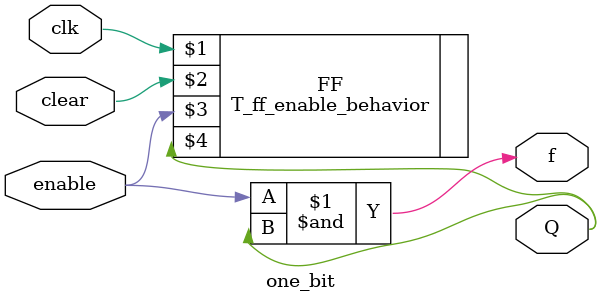
<source format=v>
`timescale 1ns / 1ps


module one_bit(
    input clk,
    input enable,
    input clear,
    output Q,
    output f
    );
    
    
    T_ff_enable_behavior FF (clk, clear, enable, Q);
    
    and(f, enable, Q);
    
endmodule

</source>
